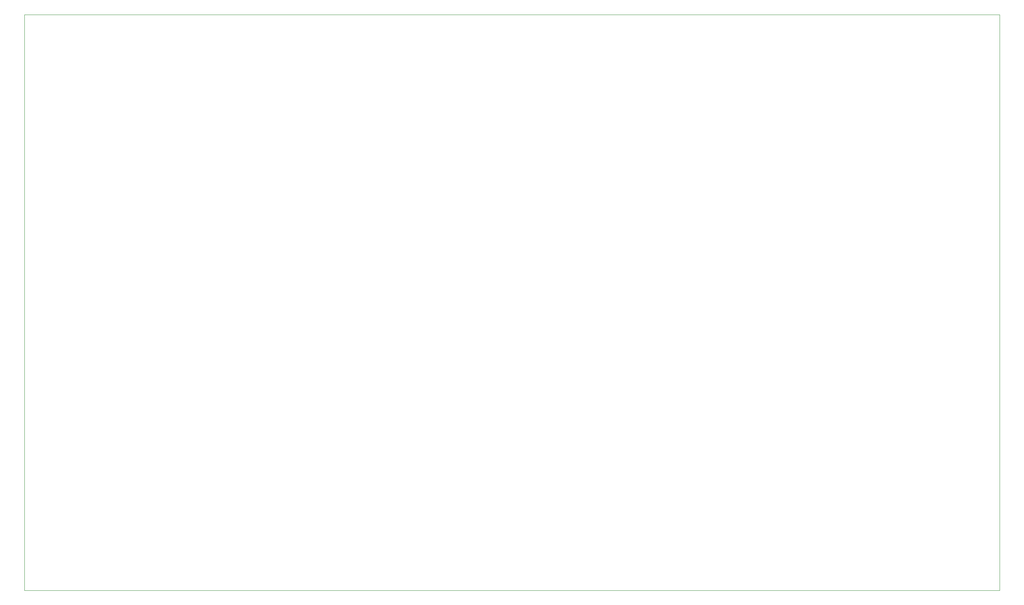
<source format=gm1>
%TF.GenerationSoftware,KiCad,Pcbnew,9.0.3*%
%TF.CreationDate,2025-07-31T22:43:19+01:00*%
%TF.ProjectId,hierophone,68696572-6f70-4686-9f6e-652e6b696361,r02*%
%TF.SameCoordinates,Original*%
%TF.FileFunction,Profile,NP*%
%FSLAX46Y46*%
G04 Gerber Fmt 4.6, Leading zero omitted, Abs format (unit mm)*
G04 Created by KiCad (PCBNEW 9.0.3) date 2025-07-31 22:43:19*
%MOMM*%
%LPD*%
G01*
G04 APERTURE LIST*
%TA.AperFunction,Profile*%
%ADD10C,0.050000*%
%TD*%
G04 APERTURE END LIST*
D10*
X30000000Y-160000000D02*
X250000000Y-160000000D01*
X250000000Y-30000000D02*
X30000000Y-30000000D01*
X250000000Y-160000000D02*
X250000000Y-30000000D01*
X30000000Y-30000000D02*
X30000000Y-160000000D01*
M02*

</source>
